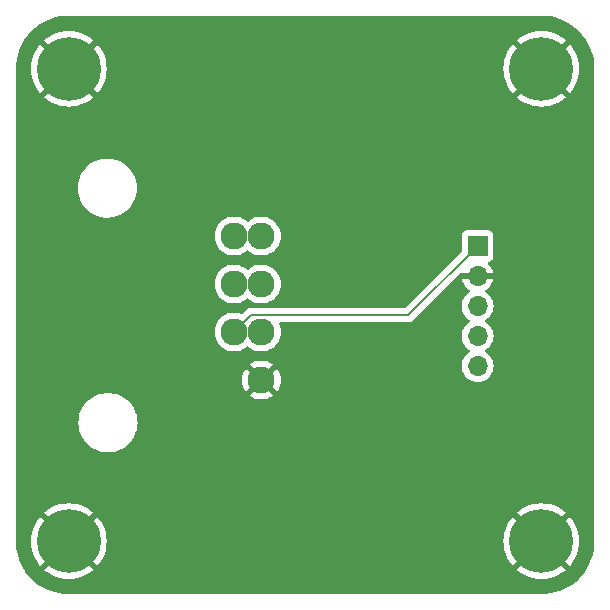
<source format=gbr>
%TF.GenerationSoftware,KiCad,Pcbnew,8.0.1*%
%TF.CreationDate,2024-04-16T23:11:11+01:00*%
%TF.ProjectId,NES_Controller_Breakout_Board,4e45535f-436f-46e7-9472-6f6c6c65725f,rev?*%
%TF.SameCoordinates,Original*%
%TF.FileFunction,Copper,L2,Bot*%
%TF.FilePolarity,Positive*%
%FSLAX46Y46*%
G04 Gerber Fmt 4.6, Leading zero omitted, Abs format (unit mm)*
G04 Created by KiCad (PCBNEW 8.0.1) date 2024-04-16 23:11:11*
%MOMM*%
%LPD*%
G01*
G04 APERTURE LIST*
%TA.AperFunction,ComponentPad*%
%ADD10C,2.286000*%
%TD*%
%TA.AperFunction,ComponentPad*%
%ADD11C,5.400000*%
%TD*%
%TA.AperFunction,ComponentPad*%
%ADD12R,1.700000X1.700000*%
%TD*%
%TA.AperFunction,ComponentPad*%
%ADD13O,1.700000X1.700000*%
%TD*%
%TA.AperFunction,Conductor*%
%ADD14C,0.200000*%
%TD*%
G04 APERTURE END LIST*
D10*
%TO.P,J1,1,GND*%
%TO.N,GND*%
X153196653Y-126357655D03*
%TO.P,J1,2,Clock*%
%TO.N,Clock*%
X153196653Y-122293655D03*
%TO.P,J1,3,Load*%
%TO.N,Load*%
X153196653Y-118229655D03*
%TO.P,J1,4,Data*%
%TO.N,Data*%
X153196653Y-114165655D03*
%TO.P,J1,5,NC*%
%TO.N,unconnected-(J1-NC-Pad5)*%
X150885253Y-114165655D03*
%TO.P,J1,6,NC*%
%TO.N,unconnected-(J1-NC-Pad6)*%
X150885253Y-118229655D03*
%TO.P,J1,7,VCC*%
%TO.N,VCC*%
X150885253Y-122293655D03*
%TD*%
D11*
%TO.P,H2,1,1*%
%TO.N,GND*%
X136900426Y-100000000D03*
%TD*%
D12*
%TO.P,J2,1,Pin_1*%
%TO.N,VCC*%
X171500000Y-115000000D03*
D13*
%TO.P,J2,2,Pin_2*%
%TO.N,GND*%
X171500000Y-117540000D03*
%TO.P,J2,3,Pin_3*%
%TO.N,Data*%
X171500000Y-120080000D03*
%TO.P,J2,4,Pin_4*%
%TO.N,Load*%
X171500000Y-122620000D03*
%TO.P,J2,5,Pin_5*%
%TO.N,Clock*%
X171500000Y-125160000D03*
%TD*%
D11*
%TO.P,H1,1,1*%
%TO.N,GND*%
X176900426Y-100000000D03*
%TD*%
%TO.P,H3,1,1*%
%TO.N,GND*%
X176900426Y-140000000D03*
%TD*%
%TO.P,H4,1,1*%
%TO.N,GND*%
X136900426Y-140000000D03*
%TD*%
D14*
%TO.N,VCC*%
X165649345Y-120850655D02*
X171500000Y-115000000D01*
X150885253Y-122293655D02*
X152328253Y-120850655D01*
X152328253Y-120850655D02*
X165649345Y-120850655D01*
%TD*%
%TA.AperFunction,Conductor*%
%TO.N,GND*%
G36*
X176903125Y-95500618D02*
G01*
X177287188Y-95517388D01*
X177297930Y-95518328D01*
X177676390Y-95568155D01*
X177687017Y-95570028D01*
X178059702Y-95652653D01*
X178070128Y-95655446D01*
X178434183Y-95770234D01*
X178444333Y-95773928D01*
X178505049Y-95799078D01*
X178796986Y-95920004D01*
X178806790Y-95924576D01*
X179145370Y-96100830D01*
X179154717Y-96106226D01*
X179437957Y-96286673D01*
X179476648Y-96311322D01*
X179485508Y-96317526D01*
X179788339Y-96549896D01*
X179796615Y-96556840D01*
X180063133Y-96801060D01*
X180078043Y-96814723D01*
X180085692Y-96822372D01*
X180343569Y-97103797D01*
X180350522Y-97112084D01*
X180582881Y-97414901D01*
X180589086Y-97423762D01*
X180794179Y-97745696D01*
X180799587Y-97755064D01*
X180975833Y-98093629D01*
X180980405Y-98103433D01*
X181126477Y-98456083D01*
X181130177Y-98466249D01*
X181244955Y-98830281D01*
X181247755Y-98840729D01*
X181330372Y-99213390D01*
X181332250Y-99224044D01*
X181382071Y-99602474D01*
X181383014Y-99613250D01*
X181399808Y-99997884D01*
X181399926Y-100003293D01*
X181399926Y-139997293D01*
X181399808Y-140002702D01*
X181383040Y-140386752D01*
X181382097Y-140397528D01*
X181332276Y-140775957D01*
X181330398Y-140786611D01*
X181247779Y-141159278D01*
X181244979Y-141169726D01*
X181130201Y-141533759D01*
X181126501Y-141543925D01*
X180980428Y-141896577D01*
X180975856Y-141906381D01*
X180799610Y-142244948D01*
X180794202Y-142254316D01*
X180589107Y-142576252D01*
X180582902Y-142585113D01*
X180350542Y-142887932D01*
X180343589Y-142896219D01*
X180085711Y-143177645D01*
X180078062Y-143185294D01*
X179796643Y-143443169D01*
X179788356Y-143450123D01*
X179485519Y-143682499D01*
X179476657Y-143688703D01*
X179154745Y-143893785D01*
X179145377Y-143899194D01*
X178806801Y-144075446D01*
X178796997Y-144080018D01*
X178444349Y-144226092D01*
X178434184Y-144229792D01*
X178070147Y-144344574D01*
X178059698Y-144347374D01*
X177687035Y-144429993D01*
X177676382Y-144431871D01*
X177297950Y-144481695D01*
X177287173Y-144482638D01*
X176903720Y-144499382D01*
X176898311Y-144499500D01*
X136973925Y-144499500D01*
X136973909Y-144499499D01*
X136903127Y-144499499D01*
X136897719Y-144499381D01*
X136513671Y-144482616D01*
X136502895Y-144481673D01*
X136313678Y-144456763D01*
X136124462Y-144431853D01*
X136113809Y-144429975D01*
X135741145Y-144347359D01*
X135730696Y-144344559D01*
X135366657Y-144229779D01*
X135356492Y-144226079D01*
X135003847Y-144080011D01*
X134994042Y-144075439D01*
X134655471Y-143899191D01*
X134646103Y-143893783D01*
X134324167Y-143688689D01*
X134315306Y-143682484D01*
X134012486Y-143450123D01*
X134004199Y-143443170D01*
X133744324Y-143205041D01*
X133722760Y-143185281D01*
X133715117Y-143177637D01*
X133666595Y-143124685D01*
X133457249Y-142896224D01*
X133450300Y-142887944D01*
X133450071Y-142887646D01*
X133217918Y-142585099D01*
X133211715Y-142576238D01*
X133166845Y-142505806D01*
X133006625Y-142254312D01*
X133001231Y-142244971D01*
X132824972Y-141906381D01*
X132820400Y-141896577D01*
X132685474Y-141570839D01*
X132674321Y-141543914D01*
X132670632Y-141533779D01*
X132555843Y-141169714D01*
X132553047Y-141159278D01*
X132470426Y-140786604D01*
X132468550Y-140775958D01*
X132460286Y-140713185D01*
X132418726Y-140397508D01*
X132417786Y-140386771D01*
X132401044Y-140003296D01*
X132400972Y-140000000D01*
X133695384Y-140000000D01*
X133715536Y-140358846D01*
X133715538Y-140358858D01*
X133775740Y-140713185D01*
X133775742Y-140713194D01*
X133875238Y-141058552D01*
X134012779Y-141390609D01*
X134012781Y-141390613D01*
X134186641Y-141705189D01*
X134186644Y-141705194D01*
X134394619Y-141998306D01*
X134467270Y-142079601D01*
X135785154Y-140761717D01*
X135870704Y-140879466D01*
X136020960Y-141029722D01*
X136138707Y-141115270D01*
X134820823Y-142433154D01*
X134902119Y-142505806D01*
X135195231Y-142713781D01*
X135195236Y-142713784D01*
X135509812Y-142887644D01*
X135509816Y-142887646D01*
X135841873Y-143025187D01*
X136187231Y-143124683D01*
X136187240Y-143124685D01*
X136541567Y-143184887D01*
X136541579Y-143184889D01*
X136900426Y-143205041D01*
X137259272Y-143184889D01*
X137259284Y-143184887D01*
X137613611Y-143124685D01*
X137613620Y-143124683D01*
X137958978Y-143025187D01*
X138291035Y-142887646D01*
X138291039Y-142887644D01*
X138605615Y-142713784D01*
X138605620Y-142713781D01*
X138898725Y-142505811D01*
X138898748Y-142505793D01*
X138980028Y-142433155D01*
X138980028Y-142433154D01*
X137662144Y-141115270D01*
X137779892Y-141029722D01*
X137930148Y-140879466D01*
X138015696Y-140761718D01*
X139333580Y-142079602D01*
X139333581Y-142079602D01*
X139406219Y-141998322D01*
X139406237Y-141998299D01*
X139614207Y-141705194D01*
X139614210Y-141705189D01*
X139788070Y-141390613D01*
X139788072Y-141390609D01*
X139925613Y-141058552D01*
X140025109Y-140713194D01*
X140025111Y-140713185D01*
X140085313Y-140358858D01*
X140085315Y-140358846D01*
X140105467Y-140000000D01*
X173695384Y-140000000D01*
X173715536Y-140358846D01*
X173715538Y-140358858D01*
X173775740Y-140713185D01*
X173775742Y-140713194D01*
X173875238Y-141058552D01*
X174012779Y-141390609D01*
X174012781Y-141390613D01*
X174186641Y-141705189D01*
X174186644Y-141705194D01*
X174394619Y-141998306D01*
X174467270Y-142079601D01*
X175785154Y-140761717D01*
X175870704Y-140879466D01*
X176020960Y-141029722D01*
X176138707Y-141115270D01*
X174820823Y-142433154D01*
X174902119Y-142505806D01*
X175195231Y-142713781D01*
X175195236Y-142713784D01*
X175509812Y-142887644D01*
X175509816Y-142887646D01*
X175841873Y-143025187D01*
X176187231Y-143124683D01*
X176187240Y-143124685D01*
X176541567Y-143184887D01*
X176541579Y-143184889D01*
X176900426Y-143205041D01*
X177259272Y-143184889D01*
X177259284Y-143184887D01*
X177613611Y-143124685D01*
X177613620Y-143124683D01*
X177958978Y-143025187D01*
X178291035Y-142887646D01*
X178291039Y-142887644D01*
X178605615Y-142713784D01*
X178605620Y-142713781D01*
X178898725Y-142505811D01*
X178898748Y-142505793D01*
X178980028Y-142433155D01*
X178980028Y-142433154D01*
X177662144Y-141115270D01*
X177779892Y-141029722D01*
X177930148Y-140879466D01*
X178015696Y-140761718D01*
X179333580Y-142079602D01*
X179333581Y-142079602D01*
X179406219Y-141998322D01*
X179406237Y-141998299D01*
X179614207Y-141705194D01*
X179614210Y-141705189D01*
X179788070Y-141390613D01*
X179788072Y-141390609D01*
X179925613Y-141058552D01*
X180025109Y-140713194D01*
X180025111Y-140713185D01*
X180085313Y-140358858D01*
X180085315Y-140358846D01*
X180105467Y-140000000D01*
X180085315Y-139641153D01*
X180085313Y-139641141D01*
X180025111Y-139286814D01*
X180025109Y-139286805D01*
X179925613Y-138941447D01*
X179788072Y-138609390D01*
X179788070Y-138609386D01*
X179614210Y-138294810D01*
X179614207Y-138294805D01*
X179406232Y-138001693D01*
X179333580Y-137920397D01*
X178015696Y-139238281D01*
X177930148Y-139120534D01*
X177779892Y-138970278D01*
X177662143Y-138884729D01*
X178980027Y-137566844D01*
X178980028Y-137566844D01*
X178898732Y-137494193D01*
X178605620Y-137286218D01*
X178605615Y-137286215D01*
X178291039Y-137112355D01*
X178291035Y-137112353D01*
X177958978Y-136974812D01*
X177613620Y-136875316D01*
X177613611Y-136875314D01*
X177259284Y-136815112D01*
X177259272Y-136815110D01*
X176900426Y-136794958D01*
X176541579Y-136815110D01*
X176541567Y-136815112D01*
X176187240Y-136875314D01*
X176187231Y-136875316D01*
X175841873Y-136974812D01*
X175509816Y-137112353D01*
X175509812Y-137112355D01*
X175195236Y-137286215D01*
X175195231Y-137286218D01*
X174902119Y-137494193D01*
X174820823Y-137566844D01*
X176138708Y-138884729D01*
X176020960Y-138970278D01*
X175870704Y-139120534D01*
X175785155Y-139238282D01*
X174467270Y-137920397D01*
X174394619Y-138001693D01*
X174186644Y-138294805D01*
X174186641Y-138294810D01*
X174012781Y-138609386D01*
X174012779Y-138609390D01*
X173875238Y-138941447D01*
X173775742Y-139286805D01*
X173775740Y-139286814D01*
X173715538Y-139641141D01*
X173715536Y-139641153D01*
X173695384Y-140000000D01*
X140105467Y-140000000D01*
X140085315Y-139641153D01*
X140085313Y-139641141D01*
X140025111Y-139286814D01*
X140025109Y-139286805D01*
X139925613Y-138941447D01*
X139788072Y-138609390D01*
X139788070Y-138609386D01*
X139614210Y-138294810D01*
X139614207Y-138294805D01*
X139406232Y-138001693D01*
X139333580Y-137920397D01*
X138015696Y-139238281D01*
X137930148Y-139120534D01*
X137779892Y-138970278D01*
X137662143Y-138884729D01*
X138980027Y-137566844D01*
X138980028Y-137566844D01*
X138898732Y-137494193D01*
X138605620Y-137286218D01*
X138605615Y-137286215D01*
X138291039Y-137112355D01*
X138291035Y-137112353D01*
X137958978Y-136974812D01*
X137613620Y-136875316D01*
X137613611Y-136875314D01*
X137259284Y-136815112D01*
X137259272Y-136815110D01*
X136900426Y-136794958D01*
X136541579Y-136815110D01*
X136541567Y-136815112D01*
X136187240Y-136875314D01*
X136187231Y-136875316D01*
X135841873Y-136974812D01*
X135509816Y-137112353D01*
X135509812Y-137112355D01*
X135195236Y-137286215D01*
X135195231Y-137286218D01*
X134902119Y-137494193D01*
X134820823Y-137566844D01*
X136138708Y-138884729D01*
X136020960Y-138970278D01*
X135870704Y-139120534D01*
X135785155Y-139238282D01*
X134467270Y-137920397D01*
X134394619Y-138001693D01*
X134186644Y-138294805D01*
X134186641Y-138294810D01*
X134012781Y-138609386D01*
X134012779Y-138609390D01*
X133875238Y-138941447D01*
X133775742Y-139286805D01*
X133775740Y-139286814D01*
X133715538Y-139641141D01*
X133715536Y-139641153D01*
X133695384Y-140000000D01*
X132400972Y-140000000D01*
X132400926Y-139997888D01*
X132400926Y-129961078D01*
X137707124Y-129961078D01*
X137726878Y-130275077D01*
X137726879Y-130275084D01*
X137785838Y-130584156D01*
X137883065Y-130883389D01*
X137883067Y-130883394D01*
X138017029Y-131168076D01*
X138017032Y-131168082D01*
X138185619Y-131433734D01*
X138185622Y-131433738D01*
X138386174Y-131676163D01*
X138386176Y-131676165D01*
X138615536Y-131891549D01*
X138615546Y-131891557D01*
X138870072Y-132076481D01*
X138870077Y-132076483D01*
X138870084Y-132076489D01*
X139145802Y-132228067D01*
X139145807Y-132228069D01*
X139145809Y-132228070D01*
X139145810Y-132228071D01*
X139438339Y-132343891D01*
X139438342Y-132343892D01*
X139743091Y-132422138D01*
X139743095Y-132422139D01*
X139808578Y-132430411D01*
X140055238Y-132461572D01*
X140055247Y-132461572D01*
X140055250Y-132461573D01*
X140055252Y-132461573D01*
X140369884Y-132461573D01*
X140369886Y-132461573D01*
X140369889Y-132461572D01*
X140369897Y-132461572D01*
X140556161Y-132438041D01*
X140682041Y-132422139D01*
X140986793Y-132343892D01*
X140986796Y-132343891D01*
X141279325Y-132228071D01*
X141279326Y-132228070D01*
X141279324Y-132228070D01*
X141279334Y-132228067D01*
X141555052Y-132076489D01*
X141809598Y-131891551D01*
X142038958Y-131676167D01*
X142239515Y-131433736D01*
X142408105Y-131168080D01*
X142542071Y-130883388D01*
X142639299Y-130584152D01*
X142698256Y-130275088D01*
X142718012Y-129961073D01*
X142702484Y-129714263D01*
X142698257Y-129647068D01*
X142698256Y-129647061D01*
X142698256Y-129647058D01*
X142639299Y-129337994D01*
X142542071Y-129038758D01*
X142408105Y-128754066D01*
X142239515Y-128488410D01*
X142221551Y-128466695D01*
X142038961Y-128245982D01*
X142038959Y-128245980D01*
X141809599Y-128030596D01*
X141809589Y-128030588D01*
X141555063Y-127845664D01*
X141555056Y-127845659D01*
X141555052Y-127845657D01*
X141279334Y-127694079D01*
X141279331Y-127694077D01*
X141279326Y-127694075D01*
X141279325Y-127694074D01*
X140986796Y-127578254D01*
X140986793Y-127578253D01*
X140682044Y-127500007D01*
X140682031Y-127500005D01*
X140369897Y-127460573D01*
X140369886Y-127460573D01*
X140055250Y-127460573D01*
X140055238Y-127460573D01*
X139743104Y-127500005D01*
X139743091Y-127500007D01*
X139438342Y-127578253D01*
X139438339Y-127578254D01*
X139145810Y-127694074D01*
X139145809Y-127694075D01*
X138870084Y-127845657D01*
X138870072Y-127845664D01*
X138615546Y-128030588D01*
X138615536Y-128030596D01*
X138386176Y-128245980D01*
X138386174Y-128245982D01*
X138185622Y-128488407D01*
X138185619Y-128488411D01*
X138017032Y-128754063D01*
X138017029Y-128754069D01*
X137883067Y-129038751D01*
X137883065Y-129038756D01*
X137785838Y-129337989D01*
X137726879Y-129647061D01*
X137726878Y-129647068D01*
X137707124Y-129961067D01*
X137707124Y-129961078D01*
X132400926Y-129961078D01*
X132400926Y-126357655D01*
X151548573Y-126357655D01*
X151568864Y-126615475D01*
X151629235Y-126866940D01*
X151728202Y-127105868D01*
X151863326Y-127326369D01*
X151863329Y-127326374D01*
X151868420Y-127332334D01*
X152480730Y-126720024D01*
X152487614Y-126736644D01*
X152575175Y-126867689D01*
X152686619Y-126979133D01*
X152817664Y-127066694D01*
X152834282Y-127073577D01*
X152221972Y-127685887D01*
X152227936Y-127690980D01*
X152448439Y-127826105D01*
X152687367Y-127925072D01*
X152938832Y-127985443D01*
X153196653Y-128005734D01*
X153454473Y-127985443D01*
X153705938Y-127925072D01*
X153944866Y-127826105D01*
X154165366Y-127690981D01*
X154165376Y-127690974D01*
X154171331Y-127685887D01*
X154171331Y-127685886D01*
X153559022Y-127073577D01*
X153575642Y-127066694D01*
X153706687Y-126979133D01*
X153818131Y-126867689D01*
X153905692Y-126736644D01*
X153912575Y-126720024D01*
X154524884Y-127332333D01*
X154524885Y-127332333D01*
X154529972Y-127326378D01*
X154529979Y-127326368D01*
X154665103Y-127105868D01*
X154764070Y-126866940D01*
X154824441Y-126615475D01*
X154844732Y-126357655D01*
X154824441Y-126099834D01*
X154764070Y-125848369D01*
X154665103Y-125609441D01*
X154529978Y-125388938D01*
X154524885Y-125382974D01*
X153912575Y-125995284D01*
X153905692Y-125978666D01*
X153818131Y-125847621D01*
X153706687Y-125736177D01*
X153575642Y-125648616D01*
X153559022Y-125641731D01*
X154171332Y-125029422D01*
X154171332Y-125029421D01*
X154165372Y-125024331D01*
X154165367Y-125024328D01*
X153944866Y-124889204D01*
X153705938Y-124790237D01*
X153454473Y-124729866D01*
X153196653Y-124709575D01*
X152938832Y-124729866D01*
X152687367Y-124790237D01*
X152448439Y-124889204D01*
X152227942Y-125024325D01*
X152227926Y-125024337D01*
X152221973Y-125029421D01*
X152834283Y-125641731D01*
X152817664Y-125648616D01*
X152686619Y-125736177D01*
X152575175Y-125847621D01*
X152487614Y-125978666D01*
X152480730Y-125995285D01*
X151868419Y-125382975D01*
X151863335Y-125388928D01*
X151863323Y-125388944D01*
X151728202Y-125609441D01*
X151629235Y-125848369D01*
X151568864Y-126099834D01*
X151548573Y-126357655D01*
X132400926Y-126357655D01*
X132400926Y-122293655D01*
X149236671Y-122293655D01*
X149256968Y-122551553D01*
X149317355Y-122803085D01*
X149317359Y-122803097D01*
X149416355Y-123042096D01*
X149551520Y-123262664D01*
X149551523Y-123262669D01*
X149581557Y-123297834D01*
X149719529Y-123459379D01*
X149845444Y-123566920D01*
X149916238Y-123627384D01*
X149916243Y-123627387D01*
X150136811Y-123762552D01*
X150212818Y-123794035D01*
X150375813Y-123861550D01*
X150627358Y-123921940D01*
X150885253Y-123942237D01*
X151143148Y-123921940D01*
X151394693Y-123861550D01*
X151633694Y-123762552D01*
X151854265Y-123627386D01*
X151960422Y-123536719D01*
X152024182Y-123508149D01*
X152093268Y-123518586D01*
X152121482Y-123536718D01*
X152174477Y-123581980D01*
X152227638Y-123627384D01*
X152227643Y-123627387D01*
X152448211Y-123762552D01*
X152524218Y-123794035D01*
X152687213Y-123861550D01*
X152938758Y-123921940D01*
X153196653Y-123942237D01*
X153454548Y-123921940D01*
X153706093Y-123861550D01*
X153945094Y-123762552D01*
X154165665Y-123627386D01*
X154362377Y-123459379D01*
X154530384Y-123262667D01*
X154665550Y-123042096D01*
X154764548Y-122803095D01*
X154824938Y-122551550D01*
X154845235Y-122293655D01*
X154824938Y-122035760D01*
X154764548Y-121784215D01*
X154697608Y-121622608D01*
X154690139Y-121553138D01*
X154721414Y-121490659D01*
X154781503Y-121455007D01*
X154812169Y-121451155D01*
X165562676Y-121451155D01*
X165562692Y-121451156D01*
X165570288Y-121451156D01*
X165728399Y-121451156D01*
X165728402Y-121451156D01*
X165881130Y-121410232D01*
X165931249Y-121381294D01*
X166018061Y-121331175D01*
X166129865Y-121219371D01*
X166129865Y-121219369D01*
X166140073Y-121209162D01*
X166140074Y-121209159D01*
X170022916Y-117326318D01*
X170084238Y-117292834D01*
X170110596Y-117290000D01*
X171066988Y-117290000D01*
X171034075Y-117347007D01*
X171000000Y-117474174D01*
X171000000Y-117605826D01*
X171034075Y-117732993D01*
X171066988Y-117790000D01*
X170169364Y-117790000D01*
X170226567Y-118003486D01*
X170226570Y-118003492D01*
X170326399Y-118217578D01*
X170461894Y-118411082D01*
X170628917Y-118578105D01*
X170814595Y-118708119D01*
X170858219Y-118762696D01*
X170865412Y-118832195D01*
X170833890Y-118894549D01*
X170814595Y-118911269D01*
X170628594Y-119041508D01*
X170461505Y-119208597D01*
X170325965Y-119402169D01*
X170325964Y-119402171D01*
X170226098Y-119616335D01*
X170226094Y-119616344D01*
X170164938Y-119844586D01*
X170164936Y-119844596D01*
X170144341Y-120079999D01*
X170144341Y-120080000D01*
X170164936Y-120315403D01*
X170164938Y-120315413D01*
X170226094Y-120543655D01*
X170226096Y-120543659D01*
X170226097Y-120543663D01*
X170311011Y-120725761D01*
X170325965Y-120757830D01*
X170325967Y-120757834D01*
X170461501Y-120951395D01*
X170461506Y-120951402D01*
X170628597Y-121118493D01*
X170628603Y-121118498D01*
X170814158Y-121248425D01*
X170857783Y-121303002D01*
X170864977Y-121372500D01*
X170833454Y-121434855D01*
X170814158Y-121451575D01*
X170628597Y-121581505D01*
X170461505Y-121748597D01*
X170325965Y-121942169D01*
X170325964Y-121942171D01*
X170226098Y-122156335D01*
X170226094Y-122156344D01*
X170164938Y-122384586D01*
X170164936Y-122384596D01*
X170144341Y-122619999D01*
X170144341Y-122620000D01*
X170164936Y-122855403D01*
X170164938Y-122855413D01*
X170226094Y-123083655D01*
X170226096Y-123083659D01*
X170226097Y-123083663D01*
X170309567Y-123262664D01*
X170325965Y-123297830D01*
X170325967Y-123297834D01*
X170461501Y-123491395D01*
X170461506Y-123491402D01*
X170628597Y-123658493D01*
X170628603Y-123658498D01*
X170814158Y-123788425D01*
X170857783Y-123843002D01*
X170864977Y-123912500D01*
X170833454Y-123974855D01*
X170814158Y-123991575D01*
X170628597Y-124121505D01*
X170461505Y-124288597D01*
X170325965Y-124482169D01*
X170325964Y-124482171D01*
X170226098Y-124696335D01*
X170226094Y-124696344D01*
X170164938Y-124924586D01*
X170164936Y-124924596D01*
X170144341Y-125159999D01*
X170144341Y-125160000D01*
X170164936Y-125395403D01*
X170164938Y-125395413D01*
X170226094Y-125623655D01*
X170226096Y-125623659D01*
X170226097Y-125623663D01*
X170325965Y-125837830D01*
X170325967Y-125837834D01*
X170434281Y-125992521D01*
X170461505Y-126031401D01*
X170628599Y-126198495D01*
X170725384Y-126266265D01*
X170822165Y-126334032D01*
X170822167Y-126334033D01*
X170822170Y-126334035D01*
X171036337Y-126433903D01*
X171036343Y-126433904D01*
X171036344Y-126433905D01*
X171091285Y-126448626D01*
X171264592Y-126495063D01*
X171452918Y-126511539D01*
X171499999Y-126515659D01*
X171500000Y-126515659D01*
X171500001Y-126515659D01*
X171539234Y-126512226D01*
X171735408Y-126495063D01*
X171963663Y-126433903D01*
X172177830Y-126334035D01*
X172371401Y-126198495D01*
X172538495Y-126031401D01*
X172674035Y-125837830D01*
X172773903Y-125623663D01*
X172835063Y-125395408D01*
X172855659Y-125160000D01*
X172835063Y-124924592D01*
X172773903Y-124696337D01*
X172674035Y-124482171D01*
X172538495Y-124288599D01*
X172538494Y-124288597D01*
X172371402Y-124121506D01*
X172371396Y-124121501D01*
X172185842Y-123991575D01*
X172142217Y-123936998D01*
X172135023Y-123867500D01*
X172166546Y-123805145D01*
X172185842Y-123788425D01*
X172222792Y-123762552D01*
X172371401Y-123658495D01*
X172538495Y-123491401D01*
X172674035Y-123297830D01*
X172773903Y-123083663D01*
X172835063Y-122855408D01*
X172855659Y-122620000D01*
X172835063Y-122384592D01*
X172773903Y-122156337D01*
X172674035Y-121942171D01*
X172563434Y-121784215D01*
X172538494Y-121748597D01*
X172371402Y-121581506D01*
X172371396Y-121581501D01*
X172185842Y-121451575D01*
X172142217Y-121396998D01*
X172135023Y-121327500D01*
X172166546Y-121265145D01*
X172185842Y-121248425D01*
X172227335Y-121219371D01*
X172371401Y-121118495D01*
X172538495Y-120951401D01*
X172674035Y-120757830D01*
X172773903Y-120543663D01*
X172835063Y-120315408D01*
X172855659Y-120080000D01*
X172835063Y-119844592D01*
X172773903Y-119616337D01*
X172674035Y-119402171D01*
X172669280Y-119395379D01*
X172538494Y-119208597D01*
X172371402Y-119041506D01*
X172371401Y-119041505D01*
X172185405Y-118911269D01*
X172141781Y-118856692D01*
X172134588Y-118787193D01*
X172166110Y-118724839D01*
X172185405Y-118708119D01*
X172371082Y-118578105D01*
X172538105Y-118411082D01*
X172673600Y-118217578D01*
X172773429Y-118003492D01*
X172773432Y-118003486D01*
X172830636Y-117790000D01*
X171933012Y-117790000D01*
X171965925Y-117732993D01*
X172000000Y-117605826D01*
X172000000Y-117474174D01*
X171965925Y-117347007D01*
X171933012Y-117290000D01*
X172830636Y-117290000D01*
X172830635Y-117289999D01*
X172773432Y-117076513D01*
X172773429Y-117076507D01*
X172673600Y-116862422D01*
X172673599Y-116862420D01*
X172538113Y-116668926D01*
X172538108Y-116668920D01*
X172416053Y-116546865D01*
X172382568Y-116485542D01*
X172387552Y-116415850D01*
X172429424Y-116359917D01*
X172460400Y-116343002D01*
X172592331Y-116293796D01*
X172707546Y-116207546D01*
X172793796Y-116092331D01*
X172844091Y-115957483D01*
X172850500Y-115897873D01*
X172850499Y-114102128D01*
X172844091Y-114042517D01*
X172793828Y-113907756D01*
X172793797Y-113907671D01*
X172793793Y-113907664D01*
X172707547Y-113792455D01*
X172707544Y-113792452D01*
X172592335Y-113706206D01*
X172592328Y-113706202D01*
X172457482Y-113655908D01*
X172457483Y-113655908D01*
X172397883Y-113649501D01*
X172397881Y-113649500D01*
X172397873Y-113649500D01*
X172397864Y-113649500D01*
X170602129Y-113649500D01*
X170602123Y-113649501D01*
X170542516Y-113655908D01*
X170407671Y-113706202D01*
X170407664Y-113706206D01*
X170292455Y-113792452D01*
X170292452Y-113792455D01*
X170206206Y-113907664D01*
X170206202Y-113907671D01*
X170155908Y-114042517D01*
X170149501Y-114102116D01*
X170149501Y-114102123D01*
X170149500Y-114102135D01*
X170149500Y-115449901D01*
X170129815Y-115516940D01*
X170113181Y-115537582D01*
X165436929Y-120213836D01*
X165375606Y-120247321D01*
X165349248Y-120250155D01*
X152249196Y-120250155D01*
X152096466Y-120291078D01*
X152054328Y-120315408D01*
X152054327Y-120315408D01*
X151959540Y-120370132D01*
X151959535Y-120370136D01*
X151847731Y-120481941D01*
X151601219Y-120728452D01*
X151539896Y-120761937D01*
X151470204Y-120756953D01*
X151466101Y-120755338D01*
X151394693Y-120725760D01*
X151394689Y-120725759D01*
X151394683Y-120725757D01*
X151143151Y-120665370D01*
X150885253Y-120645073D01*
X150627354Y-120665370D01*
X150375822Y-120725757D01*
X150375810Y-120725761D01*
X150136811Y-120824757D01*
X149916243Y-120959922D01*
X149916238Y-120959925D01*
X149719529Y-121127931D01*
X149551523Y-121324640D01*
X149551520Y-121324645D01*
X149416355Y-121545213D01*
X149317359Y-121784212D01*
X149317355Y-121784224D01*
X149256968Y-122035756D01*
X149236671Y-122293655D01*
X132400926Y-122293655D01*
X132400926Y-118229655D01*
X149236671Y-118229655D01*
X149256968Y-118487553D01*
X149317355Y-118739085D01*
X149317359Y-118739097D01*
X149416355Y-118978096D01*
X149551520Y-119198664D01*
X149551523Y-119198669D01*
X149627679Y-119287836D01*
X149719529Y-119395379D01*
X149845444Y-119502920D01*
X149916238Y-119563384D01*
X149916243Y-119563387D01*
X150136811Y-119698552D01*
X150221310Y-119733552D01*
X150375813Y-119797550D01*
X150627358Y-119857940D01*
X150885253Y-119878237D01*
X151143148Y-119857940D01*
X151394693Y-119797550D01*
X151633694Y-119698552D01*
X151854265Y-119563386D01*
X151960422Y-119472719D01*
X152024182Y-119444149D01*
X152093268Y-119454586D01*
X152121482Y-119472718D01*
X152174477Y-119517980D01*
X152227638Y-119563384D01*
X152227643Y-119563387D01*
X152448211Y-119698552D01*
X152532710Y-119733552D01*
X152687213Y-119797550D01*
X152938758Y-119857940D01*
X153196653Y-119878237D01*
X153454548Y-119857940D01*
X153706093Y-119797550D01*
X153945094Y-119698552D01*
X154165665Y-119563386D01*
X154362377Y-119395379D01*
X154530384Y-119198667D01*
X154665550Y-118978096D01*
X154764548Y-118739095D01*
X154824938Y-118487550D01*
X154845235Y-118229655D01*
X154824938Y-117971760D01*
X154764548Y-117720215D01*
X154665550Y-117481214D01*
X154665550Y-117481213D01*
X154530385Y-117260645D01*
X154530382Y-117260640D01*
X154427261Y-117139901D01*
X154362377Y-117063931D01*
X154254834Y-116972081D01*
X154165667Y-116895925D01*
X154165662Y-116895922D01*
X153945094Y-116760757D01*
X153723393Y-116668926D01*
X153706093Y-116661760D01*
X153706089Y-116661759D01*
X153706083Y-116661757D01*
X153454551Y-116601370D01*
X153196653Y-116581073D01*
X152938754Y-116601370D01*
X152687222Y-116661757D01*
X152687210Y-116661761D01*
X152448211Y-116760757D01*
X152227643Y-116895922D01*
X152227639Y-116895924D01*
X152121484Y-116986589D01*
X152057723Y-117015159D01*
X151988637Y-117004721D01*
X151960422Y-116986589D01*
X151854266Y-116895924D01*
X151854262Y-116895922D01*
X151633694Y-116760757D01*
X151411993Y-116668926D01*
X151394693Y-116661760D01*
X151394689Y-116661759D01*
X151394683Y-116661757D01*
X151143151Y-116601370D01*
X150885253Y-116581073D01*
X150627354Y-116601370D01*
X150375822Y-116661757D01*
X150375810Y-116661761D01*
X150136811Y-116760757D01*
X149916243Y-116895922D01*
X149916238Y-116895925D01*
X149719529Y-117063931D01*
X149551523Y-117260640D01*
X149551520Y-117260645D01*
X149416355Y-117481213D01*
X149317359Y-117720212D01*
X149317355Y-117720224D01*
X149256968Y-117971756D01*
X149236671Y-118229655D01*
X132400926Y-118229655D01*
X132400926Y-114165655D01*
X149236671Y-114165655D01*
X149256968Y-114423553D01*
X149317355Y-114675085D01*
X149317359Y-114675097D01*
X149416355Y-114914096D01*
X149551520Y-115134664D01*
X149551523Y-115134669D01*
X149627679Y-115223836D01*
X149719529Y-115331379D01*
X149845444Y-115438920D01*
X149916238Y-115499384D01*
X149916243Y-115499387D01*
X150136811Y-115634552D01*
X150221310Y-115669552D01*
X150375813Y-115733550D01*
X150627358Y-115793940D01*
X150885253Y-115814237D01*
X151143148Y-115793940D01*
X151394693Y-115733550D01*
X151633694Y-115634552D01*
X151854265Y-115499386D01*
X151960422Y-115408719D01*
X152024182Y-115380149D01*
X152093268Y-115390586D01*
X152121482Y-115408718D01*
X152169701Y-115449901D01*
X152227638Y-115499384D01*
X152227643Y-115499387D01*
X152448211Y-115634552D01*
X152532710Y-115669552D01*
X152687213Y-115733550D01*
X152938758Y-115793940D01*
X153196653Y-115814237D01*
X153454548Y-115793940D01*
X153706093Y-115733550D01*
X153945094Y-115634552D01*
X154165665Y-115499386D01*
X154362377Y-115331379D01*
X154530384Y-115134667D01*
X154665550Y-114914096D01*
X154764548Y-114675095D01*
X154824938Y-114423550D01*
X154845235Y-114165655D01*
X154824938Y-113907760D01*
X154764548Y-113656215D01*
X154665550Y-113417214D01*
X154665550Y-113417213D01*
X154530385Y-113196645D01*
X154530382Y-113196640D01*
X154469918Y-113125846D01*
X154362377Y-112999931D01*
X154254834Y-112908081D01*
X154165667Y-112831925D01*
X154165662Y-112831922D01*
X153945094Y-112696757D01*
X153706095Y-112597761D01*
X153706097Y-112597761D01*
X153706093Y-112597760D01*
X153706089Y-112597759D01*
X153706083Y-112597757D01*
X153454551Y-112537370D01*
X153196653Y-112517073D01*
X152938754Y-112537370D01*
X152687222Y-112597757D01*
X152687210Y-112597761D01*
X152448211Y-112696757D01*
X152227643Y-112831922D01*
X152227639Y-112831924D01*
X152121484Y-112922589D01*
X152057723Y-112951159D01*
X151988637Y-112940721D01*
X151960422Y-112922589D01*
X151854266Y-112831924D01*
X151854262Y-112831922D01*
X151633694Y-112696757D01*
X151394695Y-112597761D01*
X151394697Y-112597761D01*
X151394693Y-112597760D01*
X151394689Y-112597759D01*
X151394683Y-112597757D01*
X151143151Y-112537370D01*
X150885253Y-112517073D01*
X150627354Y-112537370D01*
X150375822Y-112597757D01*
X150375810Y-112597761D01*
X150136811Y-112696757D01*
X149916243Y-112831922D01*
X149916238Y-112831925D01*
X149719529Y-112999931D01*
X149551523Y-113196640D01*
X149551520Y-113196645D01*
X149416355Y-113417213D01*
X149317359Y-113656212D01*
X149317355Y-113656224D01*
X149256968Y-113907756D01*
X149236671Y-114165655D01*
X132400926Y-114165655D01*
X132400926Y-110110085D01*
X137639376Y-110110085D01*
X137659130Y-110424084D01*
X137659131Y-110424091D01*
X137718090Y-110733163D01*
X137815317Y-111032396D01*
X137815319Y-111032401D01*
X137949281Y-111317083D01*
X137949284Y-111317089D01*
X138117871Y-111582741D01*
X138117874Y-111582745D01*
X138318426Y-111825170D01*
X138318428Y-111825172D01*
X138547788Y-112040556D01*
X138547798Y-112040564D01*
X138802324Y-112225488D01*
X138802329Y-112225490D01*
X138802336Y-112225496D01*
X139078054Y-112377074D01*
X139078059Y-112377076D01*
X139078061Y-112377077D01*
X139078062Y-112377078D01*
X139370591Y-112492898D01*
X139370594Y-112492899D01*
X139543798Y-112537370D01*
X139675347Y-112571146D01*
X139740830Y-112579418D01*
X139987490Y-112610579D01*
X139987499Y-112610579D01*
X139987502Y-112610580D01*
X139987504Y-112610580D01*
X140302136Y-112610580D01*
X140302138Y-112610580D01*
X140302141Y-112610579D01*
X140302149Y-112610579D01*
X140488413Y-112587048D01*
X140614293Y-112571146D01*
X140919045Y-112492899D01*
X140919048Y-112492898D01*
X141211577Y-112377078D01*
X141211578Y-112377077D01*
X141211576Y-112377077D01*
X141211586Y-112377074D01*
X141487304Y-112225496D01*
X141741850Y-112040558D01*
X141971210Y-111825174D01*
X142171767Y-111582743D01*
X142340357Y-111317087D01*
X142474323Y-111032395D01*
X142571551Y-110733159D01*
X142630508Y-110424095D01*
X142650264Y-110110080D01*
X142634736Y-109863270D01*
X142630509Y-109796075D01*
X142630508Y-109796068D01*
X142630508Y-109796065D01*
X142571551Y-109487001D01*
X142474323Y-109187765D01*
X142340357Y-108903073D01*
X142171767Y-108637417D01*
X142153803Y-108615702D01*
X141971213Y-108394989D01*
X141971211Y-108394987D01*
X141741851Y-108179603D01*
X141741841Y-108179595D01*
X141487315Y-107994671D01*
X141487308Y-107994666D01*
X141487304Y-107994664D01*
X141211586Y-107843086D01*
X141211583Y-107843084D01*
X141211578Y-107843082D01*
X141211577Y-107843081D01*
X140919048Y-107727261D01*
X140919045Y-107727260D01*
X140614296Y-107649014D01*
X140614283Y-107649012D01*
X140302149Y-107609580D01*
X140302138Y-107609580D01*
X139987502Y-107609580D01*
X139987490Y-107609580D01*
X139675356Y-107649012D01*
X139675343Y-107649014D01*
X139370594Y-107727260D01*
X139370591Y-107727261D01*
X139078062Y-107843081D01*
X139078061Y-107843082D01*
X138802336Y-107994664D01*
X138802324Y-107994671D01*
X138547798Y-108179595D01*
X138547788Y-108179603D01*
X138318428Y-108394987D01*
X138318426Y-108394989D01*
X138117874Y-108637414D01*
X138117871Y-108637418D01*
X137949284Y-108903070D01*
X137949281Y-108903076D01*
X137815319Y-109187758D01*
X137815317Y-109187763D01*
X137718090Y-109486996D01*
X137659131Y-109796068D01*
X137659130Y-109796075D01*
X137639376Y-110110074D01*
X137639376Y-110110085D01*
X132400926Y-110110085D01*
X132400926Y-100002706D01*
X132400985Y-100000000D01*
X133695384Y-100000000D01*
X133715536Y-100358846D01*
X133715538Y-100358858D01*
X133775740Y-100713185D01*
X133775742Y-100713194D01*
X133875238Y-101058552D01*
X134012779Y-101390609D01*
X134012781Y-101390613D01*
X134186641Y-101705189D01*
X134186644Y-101705194D01*
X134394619Y-101998306D01*
X134467270Y-102079601D01*
X135785154Y-100761717D01*
X135870704Y-100879466D01*
X136020960Y-101029722D01*
X136138707Y-101115270D01*
X134820823Y-102433154D01*
X134902119Y-102505806D01*
X135195231Y-102713781D01*
X135195236Y-102713784D01*
X135509812Y-102887644D01*
X135509816Y-102887646D01*
X135841873Y-103025187D01*
X136187231Y-103124683D01*
X136187240Y-103124685D01*
X136541567Y-103184887D01*
X136541579Y-103184889D01*
X136900426Y-103205041D01*
X137259272Y-103184889D01*
X137259284Y-103184887D01*
X137613611Y-103124685D01*
X137613620Y-103124683D01*
X137958978Y-103025187D01*
X138291035Y-102887646D01*
X138291039Y-102887644D01*
X138605615Y-102713784D01*
X138605620Y-102713781D01*
X138898725Y-102505811D01*
X138898748Y-102505793D01*
X138980028Y-102433155D01*
X138980028Y-102433154D01*
X137662144Y-101115270D01*
X137779892Y-101029722D01*
X137930148Y-100879466D01*
X138015696Y-100761718D01*
X139333580Y-102079602D01*
X139333581Y-102079602D01*
X139406219Y-101998322D01*
X139406237Y-101998299D01*
X139614207Y-101705194D01*
X139614210Y-101705189D01*
X139788070Y-101390613D01*
X139788072Y-101390609D01*
X139925613Y-101058552D01*
X140025109Y-100713194D01*
X140025111Y-100713185D01*
X140085313Y-100358858D01*
X140085315Y-100358846D01*
X140105467Y-100000000D01*
X173695384Y-100000000D01*
X173715536Y-100358846D01*
X173715538Y-100358858D01*
X173775740Y-100713185D01*
X173775742Y-100713194D01*
X173875238Y-101058552D01*
X174012779Y-101390609D01*
X174012781Y-101390613D01*
X174186641Y-101705189D01*
X174186644Y-101705194D01*
X174394619Y-101998306D01*
X174467270Y-102079601D01*
X175785154Y-100761717D01*
X175870704Y-100879466D01*
X176020960Y-101029722D01*
X176138707Y-101115270D01*
X174820823Y-102433154D01*
X174902119Y-102505806D01*
X175195231Y-102713781D01*
X175195236Y-102713784D01*
X175509812Y-102887644D01*
X175509816Y-102887646D01*
X175841873Y-103025187D01*
X176187231Y-103124683D01*
X176187240Y-103124685D01*
X176541567Y-103184887D01*
X176541579Y-103184889D01*
X176900426Y-103205041D01*
X177259272Y-103184889D01*
X177259284Y-103184887D01*
X177613611Y-103124685D01*
X177613620Y-103124683D01*
X177958978Y-103025187D01*
X178291035Y-102887646D01*
X178291039Y-102887644D01*
X178605615Y-102713784D01*
X178605620Y-102713781D01*
X178898725Y-102505811D01*
X178898748Y-102505793D01*
X178980028Y-102433155D01*
X178980028Y-102433154D01*
X177662144Y-101115270D01*
X177779892Y-101029722D01*
X177930148Y-100879466D01*
X178015696Y-100761718D01*
X179333580Y-102079602D01*
X179333581Y-102079602D01*
X179406219Y-101998322D01*
X179406237Y-101998299D01*
X179614207Y-101705194D01*
X179614210Y-101705189D01*
X179788070Y-101390613D01*
X179788072Y-101390609D01*
X179925613Y-101058552D01*
X180025109Y-100713194D01*
X180025111Y-100713185D01*
X180085313Y-100358858D01*
X180085315Y-100358846D01*
X180105467Y-100000000D01*
X180085315Y-99641153D01*
X180085313Y-99641141D01*
X180025111Y-99286814D01*
X180025109Y-99286805D01*
X179925613Y-98941447D01*
X179788072Y-98609390D01*
X179788070Y-98609386D01*
X179614210Y-98294810D01*
X179614207Y-98294805D01*
X179406232Y-98001693D01*
X179333580Y-97920397D01*
X178015696Y-99238281D01*
X177930148Y-99120534D01*
X177779892Y-98970278D01*
X177662143Y-98884729D01*
X178980027Y-97566844D01*
X178980028Y-97566844D01*
X178898732Y-97494193D01*
X178605620Y-97286218D01*
X178605615Y-97286215D01*
X178291039Y-97112355D01*
X178291035Y-97112353D01*
X177958978Y-96974812D01*
X177613620Y-96875316D01*
X177613611Y-96875314D01*
X177259284Y-96815112D01*
X177259272Y-96815110D01*
X176900426Y-96794958D01*
X176541579Y-96815110D01*
X176541567Y-96815112D01*
X176187240Y-96875314D01*
X176187231Y-96875316D01*
X175841873Y-96974812D01*
X175509816Y-97112353D01*
X175509812Y-97112355D01*
X175195236Y-97286215D01*
X175195231Y-97286218D01*
X174902119Y-97494193D01*
X174820823Y-97566844D01*
X176138708Y-98884729D01*
X176020960Y-98970278D01*
X175870704Y-99120534D01*
X175785155Y-99238282D01*
X174467270Y-97920397D01*
X174394619Y-98001693D01*
X174186644Y-98294805D01*
X174186641Y-98294810D01*
X174012781Y-98609386D01*
X174012779Y-98609390D01*
X173875238Y-98941447D01*
X173775742Y-99286805D01*
X173775740Y-99286814D01*
X173715538Y-99641141D01*
X173715536Y-99641153D01*
X173695384Y-100000000D01*
X140105467Y-100000000D01*
X140085315Y-99641153D01*
X140085313Y-99641141D01*
X140025111Y-99286814D01*
X140025109Y-99286805D01*
X139925613Y-98941447D01*
X139788072Y-98609390D01*
X139788070Y-98609386D01*
X139614210Y-98294810D01*
X139614207Y-98294805D01*
X139406232Y-98001693D01*
X139333580Y-97920397D01*
X138015696Y-99238281D01*
X137930148Y-99120534D01*
X137779892Y-98970278D01*
X137662143Y-98884729D01*
X138980027Y-97566844D01*
X138980028Y-97566844D01*
X138898732Y-97494193D01*
X138605620Y-97286218D01*
X138605615Y-97286215D01*
X138291039Y-97112355D01*
X138291035Y-97112353D01*
X137958978Y-96974812D01*
X137613620Y-96875316D01*
X137613611Y-96875314D01*
X137259284Y-96815112D01*
X137259272Y-96815110D01*
X136900426Y-96794958D01*
X136541579Y-96815110D01*
X136541567Y-96815112D01*
X136187240Y-96875314D01*
X136187231Y-96875316D01*
X135841873Y-96974812D01*
X135509816Y-97112353D01*
X135509812Y-97112355D01*
X135195236Y-97286215D01*
X135195231Y-97286218D01*
X134902119Y-97494193D01*
X134820823Y-97566844D01*
X136138708Y-98884729D01*
X136020960Y-98970278D01*
X135870704Y-99120534D01*
X135785155Y-99238282D01*
X134467270Y-97920397D01*
X134394619Y-98001693D01*
X134186644Y-98294805D01*
X134186641Y-98294810D01*
X134012781Y-98609386D01*
X134012779Y-98609390D01*
X133875238Y-98941447D01*
X133775742Y-99286805D01*
X133775740Y-99286814D01*
X133715538Y-99641141D01*
X133715536Y-99641153D01*
X133695384Y-100000000D01*
X132400985Y-100000000D01*
X132401044Y-99997297D01*
X132405565Y-99893753D01*
X132417812Y-99613227D01*
X132418751Y-99602498D01*
X132468578Y-99224031D01*
X132470451Y-99213404D01*
X132553074Y-98840717D01*
X132555869Y-98830288D01*
X132670653Y-98466239D01*
X132674350Y-98456083D01*
X132820429Y-98103417D01*
X132824995Y-98093629D01*
X133001253Y-97755041D01*
X133006650Y-97745696D01*
X133211746Y-97423762D01*
X133217931Y-97414925D01*
X133450334Y-97112055D01*
X133457265Y-97103797D01*
X133715152Y-96822363D01*
X133722767Y-96814747D01*
X134004219Y-96556845D01*
X134012503Y-96549896D01*
X134315334Y-96317526D01*
X134324169Y-96311338D01*
X134646124Y-96106232D01*
X134655466Y-96100839D01*
X134994078Y-95924571D01*
X135003832Y-95920023D01*
X135356530Y-95773931D01*
X135366643Y-95770251D01*
X135730725Y-95655458D01*
X135741128Y-95652671D01*
X136113834Y-95570046D01*
X136124445Y-95568175D01*
X136502920Y-95518349D01*
X136513650Y-95517410D01*
X136814203Y-95504290D01*
X136898322Y-95500618D01*
X136903729Y-95500500D01*
X136966315Y-95500501D01*
X136966319Y-95500500D01*
X176834531Y-95500500D01*
X176897716Y-95500500D01*
X176903125Y-95500618D01*
G37*
%TD.AperFunction*%
%TD*%
M02*

</source>
